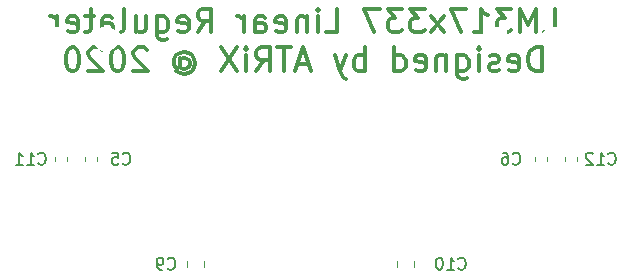
<source format=gbo>
G04 #@! TF.GenerationSoftware,KiCad,Pcbnew,(5.1.5)-3*
G04 #@! TF.CreationDate,2020-03-29T19:39:18+08:00*
G04 #@! TF.ProjectId,317337,33313733-3337-42e6-9b69-6361645f7063,rev?*
G04 #@! TF.SameCoordinates,Original*
G04 #@! TF.FileFunction,Legend,Bot*
G04 #@! TF.FilePolarity,Positive*
%FSLAX46Y46*%
G04 Gerber Fmt 4.6, Leading zero omitted, Abs format (unit mm)*
G04 Created by KiCad (PCBNEW (5.1.5)-3) date 2020-03-29 19:39:18*
%MOMM*%
%LPD*%
G04 APERTURE LIST*
%ADD10C,0.300000*%
%ADD11C,0.120000*%
%ADD12C,0.150000*%
%ADD13O,1.702000X1.702000*%
%ADD14C,1.702000*%
%ADD15C,6.502000*%
%ADD16C,0.902000*%
%ADD17O,1.902000X1.902000*%
%ADD18R,1.902000X1.902000*%
%ADD19O,1.802000X2.052000*%
%ADD20C,0.100000*%
%ADD21O,2.182000X3.702000*%
%ADD22C,2.102000*%
%ADD23R,2.102000X2.102000*%
%ADD24O,2.007000X2.102000*%
%ADD25R,2.007000X2.102000*%
%ADD26C,1.542000*%
%ADD27R,3.302000X3.302000*%
%ADD28C,3.302000*%
G04 APERTURE END LIST*
D10*
X160285714Y-69254761D02*
X161238095Y-69254761D01*
X161238095Y-67254761D01*
X159619047Y-69254761D02*
X159619047Y-67254761D01*
X158952380Y-68683333D01*
X158285714Y-67254761D01*
X158285714Y-69254761D01*
X157523809Y-67254761D02*
X156285714Y-67254761D01*
X156952380Y-68016666D01*
X156666666Y-68016666D01*
X156476190Y-68111904D01*
X156380952Y-68207142D01*
X156285714Y-68397619D01*
X156285714Y-68873809D01*
X156380952Y-69064285D01*
X156476190Y-69159523D01*
X156666666Y-69254761D01*
X157238095Y-69254761D01*
X157428571Y-69159523D01*
X157523809Y-69064285D01*
X154380952Y-69254761D02*
X155523809Y-69254761D01*
X154952380Y-69254761D02*
X154952380Y-67254761D01*
X155142857Y-67540476D01*
X155333333Y-67730952D01*
X155523809Y-67826190D01*
X153714285Y-67254761D02*
X152380952Y-67254761D01*
X153238095Y-69254761D01*
X151809523Y-69254761D02*
X150761904Y-67921428D01*
X151809523Y-67921428D02*
X150761904Y-69254761D01*
X150190476Y-67254761D02*
X148952380Y-67254761D01*
X149619047Y-68016666D01*
X149333333Y-68016666D01*
X149142857Y-68111904D01*
X149047619Y-68207142D01*
X148952380Y-68397619D01*
X148952380Y-68873809D01*
X149047619Y-69064285D01*
X149142857Y-69159523D01*
X149333333Y-69254761D01*
X149904761Y-69254761D01*
X150095238Y-69159523D01*
X150190476Y-69064285D01*
X148285714Y-67254761D02*
X147047619Y-67254761D01*
X147714285Y-68016666D01*
X147428571Y-68016666D01*
X147238095Y-68111904D01*
X147142857Y-68207142D01*
X147047619Y-68397619D01*
X147047619Y-68873809D01*
X147142857Y-69064285D01*
X147238095Y-69159523D01*
X147428571Y-69254761D01*
X148000000Y-69254761D01*
X148190476Y-69159523D01*
X148285714Y-69064285D01*
X146380952Y-67254761D02*
X145047619Y-67254761D01*
X145904761Y-69254761D01*
X141809523Y-69254761D02*
X142761904Y-69254761D01*
X142761904Y-67254761D01*
X141142857Y-69254761D02*
X141142857Y-67921428D01*
X141142857Y-67254761D02*
X141238095Y-67350000D01*
X141142857Y-67445238D01*
X141047619Y-67350000D01*
X141142857Y-67254761D01*
X141142857Y-67445238D01*
X140190476Y-67921428D02*
X140190476Y-69254761D01*
X140190476Y-68111904D02*
X140095238Y-68016666D01*
X139904761Y-67921428D01*
X139619047Y-67921428D01*
X139428571Y-68016666D01*
X139333333Y-68207142D01*
X139333333Y-69254761D01*
X137619047Y-69159523D02*
X137809523Y-69254761D01*
X138190476Y-69254761D01*
X138380952Y-69159523D01*
X138476190Y-68969047D01*
X138476190Y-68207142D01*
X138380952Y-68016666D01*
X138190476Y-67921428D01*
X137809523Y-67921428D01*
X137619047Y-68016666D01*
X137523809Y-68207142D01*
X137523809Y-68397619D01*
X138476190Y-68588095D01*
X135809523Y-69254761D02*
X135809523Y-68207142D01*
X135904761Y-68016666D01*
X136095238Y-67921428D01*
X136476190Y-67921428D01*
X136666666Y-68016666D01*
X135809523Y-69159523D02*
X136000000Y-69254761D01*
X136476190Y-69254761D01*
X136666666Y-69159523D01*
X136761904Y-68969047D01*
X136761904Y-68778571D01*
X136666666Y-68588095D01*
X136476190Y-68492857D01*
X136000000Y-68492857D01*
X135809523Y-68397619D01*
X134857142Y-69254761D02*
X134857142Y-67921428D01*
X134857142Y-68302380D02*
X134761904Y-68111904D01*
X134666666Y-68016666D01*
X134476190Y-67921428D01*
X134285714Y-67921428D01*
X130952380Y-69254761D02*
X131619047Y-68302380D01*
X132095238Y-69254761D02*
X132095238Y-67254761D01*
X131333333Y-67254761D01*
X131142857Y-67350000D01*
X131047619Y-67445238D01*
X130952380Y-67635714D01*
X130952380Y-67921428D01*
X131047619Y-68111904D01*
X131142857Y-68207142D01*
X131333333Y-68302380D01*
X132095238Y-68302380D01*
X129333333Y-69159523D02*
X129523809Y-69254761D01*
X129904761Y-69254761D01*
X130095238Y-69159523D01*
X130190476Y-68969047D01*
X130190476Y-68207142D01*
X130095238Y-68016666D01*
X129904761Y-67921428D01*
X129523809Y-67921428D01*
X129333333Y-68016666D01*
X129238095Y-68207142D01*
X129238095Y-68397619D01*
X130190476Y-68588095D01*
X127523809Y-67921428D02*
X127523809Y-69540476D01*
X127619047Y-69730952D01*
X127714285Y-69826190D01*
X127904761Y-69921428D01*
X128190476Y-69921428D01*
X128380952Y-69826190D01*
X127523809Y-69159523D02*
X127714285Y-69254761D01*
X128095238Y-69254761D01*
X128285714Y-69159523D01*
X128380952Y-69064285D01*
X128476190Y-68873809D01*
X128476190Y-68302380D01*
X128380952Y-68111904D01*
X128285714Y-68016666D01*
X128095238Y-67921428D01*
X127714285Y-67921428D01*
X127523809Y-68016666D01*
X125714285Y-67921428D02*
X125714285Y-69254761D01*
X126571428Y-67921428D02*
X126571428Y-68969047D01*
X126476190Y-69159523D01*
X126285714Y-69254761D01*
X126000000Y-69254761D01*
X125809523Y-69159523D01*
X125714285Y-69064285D01*
X124476190Y-69254761D02*
X124666666Y-69159523D01*
X124761904Y-68969047D01*
X124761904Y-67254761D01*
X122857142Y-69254761D02*
X122857142Y-68207142D01*
X122952380Y-68016666D01*
X123142857Y-67921428D01*
X123523809Y-67921428D01*
X123714285Y-68016666D01*
X122857142Y-69159523D02*
X123047619Y-69254761D01*
X123523809Y-69254761D01*
X123714285Y-69159523D01*
X123809523Y-68969047D01*
X123809523Y-68778571D01*
X123714285Y-68588095D01*
X123523809Y-68492857D01*
X123047619Y-68492857D01*
X122857142Y-68397619D01*
X122190476Y-67921428D02*
X121428571Y-67921428D01*
X121904761Y-67254761D02*
X121904761Y-68969047D01*
X121809523Y-69159523D01*
X121619047Y-69254761D01*
X121428571Y-69254761D01*
X120000000Y-69159523D02*
X120190476Y-69254761D01*
X120571428Y-69254761D01*
X120761904Y-69159523D01*
X120857142Y-68969047D01*
X120857142Y-68207142D01*
X120761904Y-68016666D01*
X120571428Y-67921428D01*
X120190476Y-67921428D01*
X120000000Y-68016666D01*
X119904761Y-68207142D01*
X119904761Y-68397619D01*
X120857142Y-68588095D01*
X119047619Y-69254761D02*
X119047619Y-67921428D01*
X119047619Y-68302380D02*
X118952380Y-68111904D01*
X118857142Y-68016666D01*
X118666666Y-67921428D01*
X118476190Y-67921428D01*
X160095238Y-72554761D02*
X160095238Y-70554761D01*
X159619047Y-70554761D01*
X159333333Y-70650000D01*
X159142857Y-70840476D01*
X159047619Y-71030952D01*
X158952380Y-71411904D01*
X158952380Y-71697619D01*
X159047619Y-72078571D01*
X159142857Y-72269047D01*
X159333333Y-72459523D01*
X159619047Y-72554761D01*
X160095238Y-72554761D01*
X157333333Y-72459523D02*
X157523809Y-72554761D01*
X157904761Y-72554761D01*
X158095238Y-72459523D01*
X158190476Y-72269047D01*
X158190476Y-71507142D01*
X158095238Y-71316666D01*
X157904761Y-71221428D01*
X157523809Y-71221428D01*
X157333333Y-71316666D01*
X157238095Y-71507142D01*
X157238095Y-71697619D01*
X158190476Y-71888095D01*
X156476190Y-72459523D02*
X156285714Y-72554761D01*
X155904761Y-72554761D01*
X155714285Y-72459523D01*
X155619047Y-72269047D01*
X155619047Y-72173809D01*
X155714285Y-71983333D01*
X155904761Y-71888095D01*
X156190476Y-71888095D01*
X156380952Y-71792857D01*
X156476190Y-71602380D01*
X156476190Y-71507142D01*
X156380952Y-71316666D01*
X156190476Y-71221428D01*
X155904761Y-71221428D01*
X155714285Y-71316666D01*
X154761904Y-72554761D02*
X154761904Y-71221428D01*
X154761904Y-70554761D02*
X154857142Y-70650000D01*
X154761904Y-70745238D01*
X154666666Y-70650000D01*
X154761904Y-70554761D01*
X154761904Y-70745238D01*
X152952380Y-71221428D02*
X152952380Y-72840476D01*
X153047619Y-73030952D01*
X153142857Y-73126190D01*
X153333333Y-73221428D01*
X153619047Y-73221428D01*
X153809523Y-73126190D01*
X152952380Y-72459523D02*
X153142857Y-72554761D01*
X153523809Y-72554761D01*
X153714285Y-72459523D01*
X153809523Y-72364285D01*
X153904761Y-72173809D01*
X153904761Y-71602380D01*
X153809523Y-71411904D01*
X153714285Y-71316666D01*
X153523809Y-71221428D01*
X153142857Y-71221428D01*
X152952380Y-71316666D01*
X152000000Y-71221428D02*
X152000000Y-72554761D01*
X152000000Y-71411904D02*
X151904761Y-71316666D01*
X151714285Y-71221428D01*
X151428571Y-71221428D01*
X151238095Y-71316666D01*
X151142857Y-71507142D01*
X151142857Y-72554761D01*
X149428571Y-72459523D02*
X149619047Y-72554761D01*
X150000000Y-72554761D01*
X150190476Y-72459523D01*
X150285714Y-72269047D01*
X150285714Y-71507142D01*
X150190476Y-71316666D01*
X150000000Y-71221428D01*
X149619047Y-71221428D01*
X149428571Y-71316666D01*
X149333333Y-71507142D01*
X149333333Y-71697619D01*
X150285714Y-71888095D01*
X147619047Y-72554761D02*
X147619047Y-70554761D01*
X147619047Y-72459523D02*
X147809523Y-72554761D01*
X148190476Y-72554761D01*
X148380952Y-72459523D01*
X148476190Y-72364285D01*
X148571428Y-72173809D01*
X148571428Y-71602380D01*
X148476190Y-71411904D01*
X148380952Y-71316666D01*
X148190476Y-71221428D01*
X147809523Y-71221428D01*
X147619047Y-71316666D01*
X145142857Y-72554761D02*
X145142857Y-70554761D01*
X145142857Y-71316666D02*
X144952380Y-71221428D01*
X144571428Y-71221428D01*
X144380952Y-71316666D01*
X144285714Y-71411904D01*
X144190476Y-71602380D01*
X144190476Y-72173809D01*
X144285714Y-72364285D01*
X144380952Y-72459523D01*
X144571428Y-72554761D01*
X144952380Y-72554761D01*
X145142857Y-72459523D01*
X143523809Y-71221428D02*
X143047619Y-72554761D01*
X142571428Y-71221428D02*
X143047619Y-72554761D01*
X143238095Y-73030952D01*
X143333333Y-73126190D01*
X143523809Y-73221428D01*
X140380952Y-71983333D02*
X139428571Y-71983333D01*
X140571428Y-72554761D02*
X139904761Y-70554761D01*
X139238095Y-72554761D01*
X138857142Y-70554761D02*
X137714285Y-70554761D01*
X138285714Y-72554761D02*
X138285714Y-70554761D01*
X135904761Y-72554761D02*
X136571428Y-71602380D01*
X137047619Y-72554761D02*
X137047619Y-70554761D01*
X136285714Y-70554761D01*
X136095238Y-70650000D01*
X136000000Y-70745238D01*
X135904761Y-70935714D01*
X135904761Y-71221428D01*
X136000000Y-71411904D01*
X136095238Y-71507142D01*
X136285714Y-71602380D01*
X137047619Y-71602380D01*
X135047619Y-72554761D02*
X135047619Y-71221428D01*
X135047619Y-70554761D02*
X135142857Y-70650000D01*
X135047619Y-70745238D01*
X134952380Y-70650000D01*
X135047619Y-70554761D01*
X135047619Y-70745238D01*
X134285714Y-70554761D02*
X132952380Y-72554761D01*
X132952380Y-70554761D02*
X134285714Y-72554761D01*
X129428571Y-71602380D02*
X129523809Y-71507142D01*
X129714285Y-71411904D01*
X129904761Y-71411904D01*
X130095238Y-71507142D01*
X130190476Y-71602380D01*
X130285714Y-71792857D01*
X130285714Y-71983333D01*
X130190476Y-72173809D01*
X130095238Y-72269047D01*
X129904761Y-72364285D01*
X129714285Y-72364285D01*
X129523809Y-72269047D01*
X129428571Y-72173809D01*
X129428571Y-71411904D02*
X129428571Y-72173809D01*
X129333333Y-72269047D01*
X129238095Y-72269047D01*
X129047619Y-72173809D01*
X128952380Y-71983333D01*
X128952380Y-71507142D01*
X129142857Y-71221428D01*
X129428571Y-71030952D01*
X129809523Y-70935714D01*
X130190476Y-71030952D01*
X130476190Y-71221428D01*
X130666666Y-71507142D01*
X130761904Y-71888095D01*
X130666666Y-72269047D01*
X130476190Y-72554761D01*
X130190476Y-72745238D01*
X129809523Y-72840476D01*
X129428571Y-72745238D01*
X129142857Y-72554761D01*
X126666666Y-70745238D02*
X126571428Y-70650000D01*
X126380952Y-70554761D01*
X125904761Y-70554761D01*
X125714285Y-70650000D01*
X125619047Y-70745238D01*
X125523809Y-70935714D01*
X125523809Y-71126190D01*
X125619047Y-71411904D01*
X126761904Y-72554761D01*
X125523809Y-72554761D01*
X124285714Y-70554761D02*
X124095238Y-70554761D01*
X123904761Y-70650000D01*
X123809523Y-70745238D01*
X123714285Y-70935714D01*
X123619047Y-71316666D01*
X123619047Y-71792857D01*
X123714285Y-72173809D01*
X123809523Y-72364285D01*
X123904761Y-72459523D01*
X124095238Y-72554761D01*
X124285714Y-72554761D01*
X124476190Y-72459523D01*
X124571428Y-72364285D01*
X124666666Y-72173809D01*
X124761904Y-71792857D01*
X124761904Y-71316666D01*
X124666666Y-70935714D01*
X124571428Y-70745238D01*
X124476190Y-70650000D01*
X124285714Y-70554761D01*
X122857142Y-70745238D02*
X122761904Y-70650000D01*
X122571428Y-70554761D01*
X122095238Y-70554761D01*
X121904761Y-70650000D01*
X121809523Y-70745238D01*
X121714285Y-70935714D01*
X121714285Y-71126190D01*
X121809523Y-71411904D01*
X122952380Y-72554761D01*
X121714285Y-72554761D01*
X120476190Y-70554761D02*
X120285714Y-70554761D01*
X120095238Y-70650000D01*
X120000000Y-70745238D01*
X119904761Y-70935714D01*
X119809523Y-71316666D01*
X119809523Y-71792857D01*
X119904761Y-72173809D01*
X120000000Y-72364285D01*
X120095238Y-72459523D01*
X120285714Y-72554761D01*
X120476190Y-72554761D01*
X120666666Y-72459523D01*
X120761904Y-72364285D01*
X120857142Y-72173809D01*
X120952380Y-71792857D01*
X120952380Y-71316666D01*
X120857142Y-70935714D01*
X120761904Y-70745238D01*
X120666666Y-70650000D01*
X120476190Y-70554761D01*
D11*
X163070000Y-79838733D02*
X163070000Y-80181267D01*
X162050000Y-79838733D02*
X162050000Y-80181267D01*
X118870000Y-80181267D02*
X118870000Y-79838733D01*
X119890000Y-80181267D02*
X119890000Y-79838733D01*
X149300000Y-88638748D02*
X149300000Y-89161252D01*
X147880000Y-88638748D02*
X147880000Y-89161252D01*
X130100000Y-89161252D02*
X130100000Y-88638748D01*
X131520000Y-89161252D02*
X131520000Y-88638748D01*
X160530000Y-79838733D02*
X160530000Y-80181267D01*
X159510000Y-79838733D02*
X159510000Y-80181267D01*
X121410000Y-80181267D02*
X121410000Y-79838733D01*
X122430000Y-80181267D02*
X122430000Y-79838733D01*
D12*
X165742857Y-80367142D02*
X165790476Y-80414761D01*
X165933333Y-80462380D01*
X166028571Y-80462380D01*
X166171428Y-80414761D01*
X166266666Y-80319523D01*
X166314285Y-80224285D01*
X166361904Y-80033809D01*
X166361904Y-79890952D01*
X166314285Y-79700476D01*
X166266666Y-79605238D01*
X166171428Y-79510000D01*
X166028571Y-79462380D01*
X165933333Y-79462380D01*
X165790476Y-79510000D01*
X165742857Y-79557619D01*
X164790476Y-80462380D02*
X165361904Y-80462380D01*
X165076190Y-80462380D02*
X165076190Y-79462380D01*
X165171428Y-79605238D01*
X165266666Y-79700476D01*
X165361904Y-79748095D01*
X164409523Y-79557619D02*
X164361904Y-79510000D01*
X164266666Y-79462380D01*
X164028571Y-79462380D01*
X163933333Y-79510000D01*
X163885714Y-79557619D01*
X163838095Y-79652857D01*
X163838095Y-79748095D01*
X163885714Y-79890952D01*
X164457142Y-80462380D01*
X163838095Y-80462380D01*
X117482857Y-80367142D02*
X117530476Y-80414761D01*
X117673333Y-80462380D01*
X117768571Y-80462380D01*
X117911428Y-80414761D01*
X118006666Y-80319523D01*
X118054285Y-80224285D01*
X118101904Y-80033809D01*
X118101904Y-79890952D01*
X118054285Y-79700476D01*
X118006666Y-79605238D01*
X117911428Y-79510000D01*
X117768571Y-79462380D01*
X117673333Y-79462380D01*
X117530476Y-79510000D01*
X117482857Y-79557619D01*
X116530476Y-80462380D02*
X117101904Y-80462380D01*
X116816190Y-80462380D02*
X116816190Y-79462380D01*
X116911428Y-79605238D01*
X117006666Y-79700476D01*
X117101904Y-79748095D01*
X115578095Y-80462380D02*
X116149523Y-80462380D01*
X115863809Y-80462380D02*
X115863809Y-79462380D01*
X115959047Y-79605238D01*
X116054285Y-79700476D01*
X116149523Y-79748095D01*
X153042857Y-89257142D02*
X153090476Y-89304761D01*
X153233333Y-89352380D01*
X153328571Y-89352380D01*
X153471428Y-89304761D01*
X153566666Y-89209523D01*
X153614285Y-89114285D01*
X153661904Y-88923809D01*
X153661904Y-88780952D01*
X153614285Y-88590476D01*
X153566666Y-88495238D01*
X153471428Y-88400000D01*
X153328571Y-88352380D01*
X153233333Y-88352380D01*
X153090476Y-88400000D01*
X153042857Y-88447619D01*
X152090476Y-89352380D02*
X152661904Y-89352380D01*
X152376190Y-89352380D02*
X152376190Y-88352380D01*
X152471428Y-88495238D01*
X152566666Y-88590476D01*
X152661904Y-88638095D01*
X151471428Y-88352380D02*
X151376190Y-88352380D01*
X151280952Y-88400000D01*
X151233333Y-88447619D01*
X151185714Y-88542857D01*
X151138095Y-88733333D01*
X151138095Y-88971428D01*
X151185714Y-89161904D01*
X151233333Y-89257142D01*
X151280952Y-89304761D01*
X151376190Y-89352380D01*
X151471428Y-89352380D01*
X151566666Y-89304761D01*
X151614285Y-89257142D01*
X151661904Y-89161904D01*
X151709523Y-88971428D01*
X151709523Y-88733333D01*
X151661904Y-88542857D01*
X151614285Y-88447619D01*
X151566666Y-88400000D01*
X151471428Y-88352380D01*
X128436666Y-89257142D02*
X128484285Y-89304761D01*
X128627142Y-89352380D01*
X128722380Y-89352380D01*
X128865238Y-89304761D01*
X128960476Y-89209523D01*
X129008095Y-89114285D01*
X129055714Y-88923809D01*
X129055714Y-88780952D01*
X129008095Y-88590476D01*
X128960476Y-88495238D01*
X128865238Y-88400000D01*
X128722380Y-88352380D01*
X128627142Y-88352380D01*
X128484285Y-88400000D01*
X128436666Y-88447619D01*
X127960476Y-89352380D02*
X127770000Y-89352380D01*
X127674761Y-89304761D01*
X127627142Y-89257142D01*
X127531904Y-89114285D01*
X127484285Y-88923809D01*
X127484285Y-88542857D01*
X127531904Y-88447619D01*
X127579523Y-88400000D01*
X127674761Y-88352380D01*
X127865238Y-88352380D01*
X127960476Y-88400000D01*
X128008095Y-88447619D01*
X128055714Y-88542857D01*
X128055714Y-88780952D01*
X128008095Y-88876190D01*
X127960476Y-88923809D01*
X127865238Y-88971428D01*
X127674761Y-88971428D01*
X127579523Y-88923809D01*
X127531904Y-88876190D01*
X127484285Y-88780952D01*
X157646666Y-80367142D02*
X157694285Y-80414761D01*
X157837142Y-80462380D01*
X157932380Y-80462380D01*
X158075238Y-80414761D01*
X158170476Y-80319523D01*
X158218095Y-80224285D01*
X158265714Y-80033809D01*
X158265714Y-79890952D01*
X158218095Y-79700476D01*
X158170476Y-79605238D01*
X158075238Y-79510000D01*
X157932380Y-79462380D01*
X157837142Y-79462380D01*
X157694285Y-79510000D01*
X157646666Y-79557619D01*
X156789523Y-79462380D02*
X156980000Y-79462380D01*
X157075238Y-79510000D01*
X157122857Y-79557619D01*
X157218095Y-79700476D01*
X157265714Y-79890952D01*
X157265714Y-80271904D01*
X157218095Y-80367142D01*
X157170476Y-80414761D01*
X157075238Y-80462380D01*
X156884761Y-80462380D01*
X156789523Y-80414761D01*
X156741904Y-80367142D01*
X156694285Y-80271904D01*
X156694285Y-80033809D01*
X156741904Y-79938571D01*
X156789523Y-79890952D01*
X156884761Y-79843333D01*
X157075238Y-79843333D01*
X157170476Y-79890952D01*
X157218095Y-79938571D01*
X157265714Y-80033809D01*
X124626666Y-80367142D02*
X124674285Y-80414761D01*
X124817142Y-80462380D01*
X124912380Y-80462380D01*
X125055238Y-80414761D01*
X125150476Y-80319523D01*
X125198095Y-80224285D01*
X125245714Y-80033809D01*
X125245714Y-79890952D01*
X125198095Y-79700476D01*
X125150476Y-79605238D01*
X125055238Y-79510000D01*
X124912380Y-79462380D01*
X124817142Y-79462380D01*
X124674285Y-79510000D01*
X124626666Y-79557619D01*
X123721904Y-79462380D02*
X124198095Y-79462380D01*
X124245714Y-79938571D01*
X124198095Y-79890952D01*
X124102857Y-79843333D01*
X123864761Y-79843333D01*
X123769523Y-79890952D01*
X123721904Y-79938571D01*
X123674285Y-80033809D01*
X123674285Y-80271904D01*
X123721904Y-80367142D01*
X123769523Y-80414761D01*
X123864761Y-80462380D01*
X124102857Y-80462380D01*
X124198095Y-80414761D01*
X124245714Y-80367142D01*
%LPC*%
D13*
X116840000Y-92710000D03*
D14*
X127000000Y-92710000D03*
D15*
X114000000Y-44000000D03*
D16*
X116400000Y-44000000D03*
X115697056Y-45697056D03*
X114000000Y-46400000D03*
X112302944Y-45697056D03*
X111600000Y-44000000D03*
X112302944Y-42302944D03*
X114000000Y-41600000D03*
X115697056Y-42302944D03*
X167697056Y-42302944D03*
X166000000Y-41600000D03*
X164302944Y-42302944D03*
X163600000Y-44000000D03*
X164302944Y-45697056D03*
X166000000Y-46400000D03*
X167697056Y-45697056D03*
X168400000Y-44000000D03*
D15*
X166000000Y-44000000D03*
D17*
X152940000Y-96520000D03*
D18*
X160560000Y-96520000D03*
D13*
X152400000Y-92710000D03*
D14*
X162560000Y-92710000D03*
D19*
X159940000Y-45720000D03*
X157440000Y-45720000D03*
D20*
G36*
X155601975Y-44695276D02*
G01*
X155627699Y-44699092D01*
X155652925Y-44705411D01*
X155677411Y-44714172D01*
X155700920Y-44725291D01*
X155723226Y-44738661D01*
X155744114Y-44754152D01*
X155763383Y-44771617D01*
X155780848Y-44790886D01*
X155796339Y-44811774D01*
X155809709Y-44834080D01*
X155820828Y-44857589D01*
X155829589Y-44882075D01*
X155835908Y-44907301D01*
X155839724Y-44933025D01*
X155841000Y-44959000D01*
X155841000Y-46481000D01*
X155839724Y-46506975D01*
X155835908Y-46532699D01*
X155829589Y-46557925D01*
X155820828Y-46582411D01*
X155809709Y-46605920D01*
X155796339Y-46628226D01*
X155780848Y-46649114D01*
X155763383Y-46668383D01*
X155744114Y-46685848D01*
X155723226Y-46701339D01*
X155700920Y-46714709D01*
X155677411Y-46725828D01*
X155652925Y-46734589D01*
X155627699Y-46740908D01*
X155601975Y-46744724D01*
X155576000Y-46746000D01*
X154304000Y-46746000D01*
X154278025Y-46744724D01*
X154252301Y-46740908D01*
X154227075Y-46734589D01*
X154202589Y-46725828D01*
X154179080Y-46714709D01*
X154156774Y-46701339D01*
X154135886Y-46685848D01*
X154116617Y-46668383D01*
X154099152Y-46649114D01*
X154083661Y-46628226D01*
X154070291Y-46605920D01*
X154059172Y-46582411D01*
X154050411Y-46557925D01*
X154044092Y-46532699D01*
X154040276Y-46506975D01*
X154039000Y-46481000D01*
X154039000Y-44959000D01*
X154040276Y-44933025D01*
X154044092Y-44907301D01*
X154050411Y-44882075D01*
X154059172Y-44857589D01*
X154070291Y-44834080D01*
X154083661Y-44811774D01*
X154099152Y-44790886D01*
X154116617Y-44771617D01*
X154135886Y-44754152D01*
X154156774Y-44738661D01*
X154179080Y-44725291D01*
X154202589Y-44714172D01*
X154227075Y-44705411D01*
X154252301Y-44699092D01*
X154278025Y-44695276D01*
X154304000Y-44694000D01*
X155576000Y-44694000D01*
X155601975Y-44695276D01*
G37*
D21*
X144940000Y-46990000D03*
X139860000Y-46990000D03*
D20*
G36*
X135634448Y-45140263D02*
G01*
X135659906Y-45144039D01*
X135684871Y-45150293D01*
X135709104Y-45158963D01*
X135732370Y-45169967D01*
X135754445Y-45183198D01*
X135775117Y-45198530D01*
X135794186Y-45215814D01*
X135811470Y-45234883D01*
X135826802Y-45255555D01*
X135840033Y-45277630D01*
X135851037Y-45300896D01*
X135859707Y-45325129D01*
X135865961Y-45350094D01*
X135869737Y-45375552D01*
X135871000Y-45401258D01*
X135871000Y-48578742D01*
X135869737Y-48604448D01*
X135865961Y-48629906D01*
X135859707Y-48654871D01*
X135851037Y-48679104D01*
X135840033Y-48702370D01*
X135826802Y-48724445D01*
X135811470Y-48745117D01*
X135794186Y-48764186D01*
X135775117Y-48781470D01*
X135754445Y-48796802D01*
X135732370Y-48810033D01*
X135709104Y-48821037D01*
X135684871Y-48829707D01*
X135659906Y-48835961D01*
X135634448Y-48839737D01*
X135608742Y-48841000D01*
X133951258Y-48841000D01*
X133925552Y-48839737D01*
X133900094Y-48835961D01*
X133875129Y-48829707D01*
X133850896Y-48821037D01*
X133827630Y-48810033D01*
X133805555Y-48796802D01*
X133784883Y-48781470D01*
X133765814Y-48764186D01*
X133748530Y-48745117D01*
X133733198Y-48724445D01*
X133719967Y-48702370D01*
X133708963Y-48679104D01*
X133700293Y-48654871D01*
X133694039Y-48629906D01*
X133690263Y-48604448D01*
X133689000Y-48578742D01*
X133689000Y-45401258D01*
X133690263Y-45375552D01*
X133694039Y-45350094D01*
X133700293Y-45325129D01*
X133708963Y-45300896D01*
X133719967Y-45277630D01*
X133733198Y-45255555D01*
X133748530Y-45234883D01*
X133765814Y-45215814D01*
X133784883Y-45198530D01*
X133805555Y-45183198D01*
X133827630Y-45169967D01*
X133850896Y-45158963D01*
X133875129Y-45150293D01*
X133900094Y-45144039D01*
X133925552Y-45140263D01*
X133951258Y-45139000D01*
X135608742Y-45139000D01*
X135634448Y-45140263D01*
G37*
D17*
X118840000Y-96520000D03*
D18*
X126460000Y-96520000D03*
D22*
X161163000Y-69850000D03*
D23*
X156163000Y-69850000D03*
D22*
X123190000Y-69850000D03*
D23*
X118190000Y-69850000D03*
D20*
G36*
X162848779Y-80310266D02*
G01*
X162874309Y-80314053D01*
X162899345Y-80320325D01*
X162923646Y-80329020D01*
X162946977Y-80340055D01*
X162969115Y-80353323D01*
X162989845Y-80368698D01*
X163008969Y-80386031D01*
X163026302Y-80405155D01*
X163041677Y-80425885D01*
X163054945Y-80448023D01*
X163065980Y-80471354D01*
X163074675Y-80495655D01*
X163080947Y-80520691D01*
X163084734Y-80546221D01*
X163086000Y-80572000D01*
X163086000Y-81198000D01*
X163084734Y-81223779D01*
X163080947Y-81249309D01*
X163074675Y-81274345D01*
X163065980Y-81298646D01*
X163054945Y-81321977D01*
X163041677Y-81344115D01*
X163026302Y-81364845D01*
X163008969Y-81383969D01*
X162989845Y-81401302D01*
X162969115Y-81416677D01*
X162946977Y-81429945D01*
X162923646Y-81440980D01*
X162899345Y-81449675D01*
X162874309Y-81455947D01*
X162848779Y-81459734D01*
X162823000Y-81461000D01*
X162297000Y-81461000D01*
X162271221Y-81459734D01*
X162245691Y-81455947D01*
X162220655Y-81449675D01*
X162196354Y-81440980D01*
X162173023Y-81429945D01*
X162150885Y-81416677D01*
X162130155Y-81401302D01*
X162111031Y-81383969D01*
X162093698Y-81364845D01*
X162078323Y-81344115D01*
X162065055Y-81321977D01*
X162054020Y-81298646D01*
X162045325Y-81274345D01*
X162039053Y-81249309D01*
X162035266Y-81223779D01*
X162034000Y-81198000D01*
X162034000Y-80572000D01*
X162035266Y-80546221D01*
X162039053Y-80520691D01*
X162045325Y-80495655D01*
X162054020Y-80471354D01*
X162065055Y-80448023D01*
X162078323Y-80425885D01*
X162093698Y-80405155D01*
X162111031Y-80386031D01*
X162130155Y-80368698D01*
X162150885Y-80353323D01*
X162173023Y-80340055D01*
X162196354Y-80329020D01*
X162220655Y-80320325D01*
X162245691Y-80314053D01*
X162271221Y-80310266D01*
X162297000Y-80309000D01*
X162823000Y-80309000D01*
X162848779Y-80310266D01*
G37*
G36*
X162848779Y-78560266D02*
G01*
X162874309Y-78564053D01*
X162899345Y-78570325D01*
X162923646Y-78579020D01*
X162946977Y-78590055D01*
X162969115Y-78603323D01*
X162989845Y-78618698D01*
X163008969Y-78636031D01*
X163026302Y-78655155D01*
X163041677Y-78675885D01*
X163054945Y-78698023D01*
X163065980Y-78721354D01*
X163074675Y-78745655D01*
X163080947Y-78770691D01*
X163084734Y-78796221D01*
X163086000Y-78822000D01*
X163086000Y-79448000D01*
X163084734Y-79473779D01*
X163080947Y-79499309D01*
X163074675Y-79524345D01*
X163065980Y-79548646D01*
X163054945Y-79571977D01*
X163041677Y-79594115D01*
X163026302Y-79614845D01*
X163008969Y-79633969D01*
X162989845Y-79651302D01*
X162969115Y-79666677D01*
X162946977Y-79679945D01*
X162923646Y-79690980D01*
X162899345Y-79699675D01*
X162874309Y-79705947D01*
X162848779Y-79709734D01*
X162823000Y-79711000D01*
X162297000Y-79711000D01*
X162271221Y-79709734D01*
X162245691Y-79705947D01*
X162220655Y-79699675D01*
X162196354Y-79690980D01*
X162173023Y-79679945D01*
X162150885Y-79666677D01*
X162130155Y-79651302D01*
X162111031Y-79633969D01*
X162093698Y-79614845D01*
X162078323Y-79594115D01*
X162065055Y-79571977D01*
X162054020Y-79548646D01*
X162045325Y-79524345D01*
X162039053Y-79499309D01*
X162035266Y-79473779D01*
X162034000Y-79448000D01*
X162034000Y-78822000D01*
X162035266Y-78796221D01*
X162039053Y-78770691D01*
X162045325Y-78745655D01*
X162054020Y-78721354D01*
X162065055Y-78698023D01*
X162078323Y-78675885D01*
X162093698Y-78655155D01*
X162111031Y-78636031D01*
X162130155Y-78618698D01*
X162150885Y-78603323D01*
X162173023Y-78590055D01*
X162196354Y-78579020D01*
X162220655Y-78570325D01*
X162245691Y-78564053D01*
X162271221Y-78560266D01*
X162297000Y-78559000D01*
X162823000Y-78559000D01*
X162848779Y-78560266D01*
G37*
G36*
X119668779Y-78560266D02*
G01*
X119694309Y-78564053D01*
X119719345Y-78570325D01*
X119743646Y-78579020D01*
X119766977Y-78590055D01*
X119789115Y-78603323D01*
X119809845Y-78618698D01*
X119828969Y-78636031D01*
X119846302Y-78655155D01*
X119861677Y-78675885D01*
X119874945Y-78698023D01*
X119885980Y-78721354D01*
X119894675Y-78745655D01*
X119900947Y-78770691D01*
X119904734Y-78796221D01*
X119906000Y-78822000D01*
X119906000Y-79448000D01*
X119904734Y-79473779D01*
X119900947Y-79499309D01*
X119894675Y-79524345D01*
X119885980Y-79548646D01*
X119874945Y-79571977D01*
X119861677Y-79594115D01*
X119846302Y-79614845D01*
X119828969Y-79633969D01*
X119809845Y-79651302D01*
X119789115Y-79666677D01*
X119766977Y-79679945D01*
X119743646Y-79690980D01*
X119719345Y-79699675D01*
X119694309Y-79705947D01*
X119668779Y-79709734D01*
X119643000Y-79711000D01*
X119117000Y-79711000D01*
X119091221Y-79709734D01*
X119065691Y-79705947D01*
X119040655Y-79699675D01*
X119016354Y-79690980D01*
X118993023Y-79679945D01*
X118970885Y-79666677D01*
X118950155Y-79651302D01*
X118931031Y-79633969D01*
X118913698Y-79614845D01*
X118898323Y-79594115D01*
X118885055Y-79571977D01*
X118874020Y-79548646D01*
X118865325Y-79524345D01*
X118859053Y-79499309D01*
X118855266Y-79473779D01*
X118854000Y-79448000D01*
X118854000Y-78822000D01*
X118855266Y-78796221D01*
X118859053Y-78770691D01*
X118865325Y-78745655D01*
X118874020Y-78721354D01*
X118885055Y-78698023D01*
X118898323Y-78675885D01*
X118913698Y-78655155D01*
X118931031Y-78636031D01*
X118950155Y-78618698D01*
X118970885Y-78603323D01*
X118993023Y-78590055D01*
X119016354Y-78579020D01*
X119040655Y-78570325D01*
X119065691Y-78564053D01*
X119091221Y-78560266D01*
X119117000Y-78559000D01*
X119643000Y-78559000D01*
X119668779Y-78560266D01*
G37*
G36*
X119668779Y-80310266D02*
G01*
X119694309Y-80314053D01*
X119719345Y-80320325D01*
X119743646Y-80329020D01*
X119766977Y-80340055D01*
X119789115Y-80353323D01*
X119809845Y-80368698D01*
X119828969Y-80386031D01*
X119846302Y-80405155D01*
X119861677Y-80425885D01*
X119874945Y-80448023D01*
X119885980Y-80471354D01*
X119894675Y-80495655D01*
X119900947Y-80520691D01*
X119904734Y-80546221D01*
X119906000Y-80572000D01*
X119906000Y-81198000D01*
X119904734Y-81223779D01*
X119900947Y-81249309D01*
X119894675Y-81274345D01*
X119885980Y-81298646D01*
X119874945Y-81321977D01*
X119861677Y-81344115D01*
X119846302Y-81364845D01*
X119828969Y-81383969D01*
X119809845Y-81401302D01*
X119789115Y-81416677D01*
X119766977Y-81429945D01*
X119743646Y-81440980D01*
X119719345Y-81449675D01*
X119694309Y-81455947D01*
X119668779Y-81459734D01*
X119643000Y-81461000D01*
X119117000Y-81461000D01*
X119091221Y-81459734D01*
X119065691Y-81455947D01*
X119040655Y-81449675D01*
X119016354Y-81440980D01*
X118993023Y-81429945D01*
X118970885Y-81416677D01*
X118950155Y-81401302D01*
X118931031Y-81383969D01*
X118913698Y-81364845D01*
X118898323Y-81344115D01*
X118885055Y-81321977D01*
X118874020Y-81298646D01*
X118865325Y-81274345D01*
X118859053Y-81249309D01*
X118855266Y-81223779D01*
X118854000Y-81198000D01*
X118854000Y-80572000D01*
X118855266Y-80546221D01*
X118859053Y-80520691D01*
X118865325Y-80495655D01*
X118874020Y-80471354D01*
X118885055Y-80448023D01*
X118898323Y-80425885D01*
X118913698Y-80405155D01*
X118931031Y-80386031D01*
X118950155Y-80368698D01*
X118970885Y-80353323D01*
X118993023Y-80340055D01*
X119016354Y-80329020D01*
X119040655Y-80320325D01*
X119065691Y-80314053D01*
X119091221Y-80310266D01*
X119117000Y-80309000D01*
X119643000Y-80309000D01*
X119668779Y-80310266D01*
G37*
G36*
X149095505Y-89300311D02*
G01*
X149121925Y-89304230D01*
X149147835Y-89310720D01*
X149172983Y-89319718D01*
X149197128Y-89331138D01*
X149220038Y-89344869D01*
X149241492Y-89360780D01*
X149261282Y-89378718D01*
X149279220Y-89398508D01*
X149295131Y-89419962D01*
X149308862Y-89442872D01*
X149320282Y-89467017D01*
X149329280Y-89492165D01*
X149335770Y-89518075D01*
X149339689Y-89544495D01*
X149341000Y-89571173D01*
X149341000Y-90278827D01*
X149339689Y-90305505D01*
X149335770Y-90331925D01*
X149329280Y-90357835D01*
X149320282Y-90382983D01*
X149308862Y-90407128D01*
X149295131Y-90430038D01*
X149279220Y-90451492D01*
X149261282Y-90471282D01*
X149241492Y-90489220D01*
X149220038Y-90505131D01*
X149197128Y-90518862D01*
X149172983Y-90530282D01*
X149147835Y-90539280D01*
X149121925Y-90545770D01*
X149095505Y-90549689D01*
X149068827Y-90551000D01*
X148111173Y-90551000D01*
X148084495Y-90549689D01*
X148058075Y-90545770D01*
X148032165Y-90539280D01*
X148007017Y-90530282D01*
X147982872Y-90518862D01*
X147959962Y-90505131D01*
X147938508Y-90489220D01*
X147918718Y-90471282D01*
X147900780Y-90451492D01*
X147884869Y-90430038D01*
X147871138Y-90407128D01*
X147859718Y-90382983D01*
X147850720Y-90357835D01*
X147844230Y-90331925D01*
X147840311Y-90305505D01*
X147839000Y-90278827D01*
X147839000Y-89571173D01*
X147840311Y-89544495D01*
X147844230Y-89518075D01*
X147850720Y-89492165D01*
X147859718Y-89467017D01*
X147871138Y-89442872D01*
X147884869Y-89419962D01*
X147900780Y-89398508D01*
X147918718Y-89378718D01*
X147938508Y-89360780D01*
X147959962Y-89344869D01*
X147982872Y-89331138D01*
X148007017Y-89319718D01*
X148032165Y-89310720D01*
X148058075Y-89304230D01*
X148084495Y-89300311D01*
X148111173Y-89299000D01*
X149068827Y-89299000D01*
X149095505Y-89300311D01*
G37*
G36*
X149095505Y-87250311D02*
G01*
X149121925Y-87254230D01*
X149147835Y-87260720D01*
X149172983Y-87269718D01*
X149197128Y-87281138D01*
X149220038Y-87294869D01*
X149241492Y-87310780D01*
X149261282Y-87328718D01*
X149279220Y-87348508D01*
X149295131Y-87369962D01*
X149308862Y-87392872D01*
X149320282Y-87417017D01*
X149329280Y-87442165D01*
X149335770Y-87468075D01*
X149339689Y-87494495D01*
X149341000Y-87521173D01*
X149341000Y-88228827D01*
X149339689Y-88255505D01*
X149335770Y-88281925D01*
X149329280Y-88307835D01*
X149320282Y-88332983D01*
X149308862Y-88357128D01*
X149295131Y-88380038D01*
X149279220Y-88401492D01*
X149261282Y-88421282D01*
X149241492Y-88439220D01*
X149220038Y-88455131D01*
X149197128Y-88468862D01*
X149172983Y-88480282D01*
X149147835Y-88489280D01*
X149121925Y-88495770D01*
X149095505Y-88499689D01*
X149068827Y-88501000D01*
X148111173Y-88501000D01*
X148084495Y-88499689D01*
X148058075Y-88495770D01*
X148032165Y-88489280D01*
X148007017Y-88480282D01*
X147982872Y-88468862D01*
X147959962Y-88455131D01*
X147938508Y-88439220D01*
X147918718Y-88421282D01*
X147900780Y-88401492D01*
X147884869Y-88380038D01*
X147871138Y-88357128D01*
X147859718Y-88332983D01*
X147850720Y-88307835D01*
X147844230Y-88281925D01*
X147840311Y-88255505D01*
X147839000Y-88228827D01*
X147839000Y-87521173D01*
X147840311Y-87494495D01*
X147844230Y-87468075D01*
X147850720Y-87442165D01*
X147859718Y-87417017D01*
X147871138Y-87392872D01*
X147884869Y-87369962D01*
X147900780Y-87348508D01*
X147918718Y-87328718D01*
X147938508Y-87310780D01*
X147959962Y-87294869D01*
X147982872Y-87281138D01*
X148007017Y-87269718D01*
X148032165Y-87260720D01*
X148058075Y-87254230D01*
X148084495Y-87250311D01*
X148111173Y-87249000D01*
X149068827Y-87249000D01*
X149095505Y-87250311D01*
G37*
G36*
X131315505Y-87250311D02*
G01*
X131341925Y-87254230D01*
X131367835Y-87260720D01*
X131392983Y-87269718D01*
X131417128Y-87281138D01*
X131440038Y-87294869D01*
X131461492Y-87310780D01*
X131481282Y-87328718D01*
X131499220Y-87348508D01*
X131515131Y-87369962D01*
X131528862Y-87392872D01*
X131540282Y-87417017D01*
X131549280Y-87442165D01*
X131555770Y-87468075D01*
X131559689Y-87494495D01*
X131561000Y-87521173D01*
X131561000Y-88228827D01*
X131559689Y-88255505D01*
X131555770Y-88281925D01*
X131549280Y-88307835D01*
X131540282Y-88332983D01*
X131528862Y-88357128D01*
X131515131Y-88380038D01*
X131499220Y-88401492D01*
X131481282Y-88421282D01*
X131461492Y-88439220D01*
X131440038Y-88455131D01*
X131417128Y-88468862D01*
X131392983Y-88480282D01*
X131367835Y-88489280D01*
X131341925Y-88495770D01*
X131315505Y-88499689D01*
X131288827Y-88501000D01*
X130331173Y-88501000D01*
X130304495Y-88499689D01*
X130278075Y-88495770D01*
X130252165Y-88489280D01*
X130227017Y-88480282D01*
X130202872Y-88468862D01*
X130179962Y-88455131D01*
X130158508Y-88439220D01*
X130138718Y-88421282D01*
X130120780Y-88401492D01*
X130104869Y-88380038D01*
X130091138Y-88357128D01*
X130079718Y-88332983D01*
X130070720Y-88307835D01*
X130064230Y-88281925D01*
X130060311Y-88255505D01*
X130059000Y-88228827D01*
X130059000Y-87521173D01*
X130060311Y-87494495D01*
X130064230Y-87468075D01*
X130070720Y-87442165D01*
X130079718Y-87417017D01*
X130091138Y-87392872D01*
X130104869Y-87369962D01*
X130120780Y-87348508D01*
X130138718Y-87328718D01*
X130158508Y-87310780D01*
X130179962Y-87294869D01*
X130202872Y-87281138D01*
X130227017Y-87269718D01*
X130252165Y-87260720D01*
X130278075Y-87254230D01*
X130304495Y-87250311D01*
X130331173Y-87249000D01*
X131288827Y-87249000D01*
X131315505Y-87250311D01*
G37*
G36*
X131315505Y-89300311D02*
G01*
X131341925Y-89304230D01*
X131367835Y-89310720D01*
X131392983Y-89319718D01*
X131417128Y-89331138D01*
X131440038Y-89344869D01*
X131461492Y-89360780D01*
X131481282Y-89378718D01*
X131499220Y-89398508D01*
X131515131Y-89419962D01*
X131528862Y-89442872D01*
X131540282Y-89467017D01*
X131549280Y-89492165D01*
X131555770Y-89518075D01*
X131559689Y-89544495D01*
X131561000Y-89571173D01*
X131561000Y-90278827D01*
X131559689Y-90305505D01*
X131555770Y-90331925D01*
X131549280Y-90357835D01*
X131540282Y-90382983D01*
X131528862Y-90407128D01*
X131515131Y-90430038D01*
X131499220Y-90451492D01*
X131481282Y-90471282D01*
X131461492Y-90489220D01*
X131440038Y-90505131D01*
X131417128Y-90518862D01*
X131392983Y-90530282D01*
X131367835Y-90539280D01*
X131341925Y-90545770D01*
X131315505Y-90549689D01*
X131288827Y-90551000D01*
X130331173Y-90551000D01*
X130304495Y-90549689D01*
X130278075Y-90545770D01*
X130252165Y-90539280D01*
X130227017Y-90530282D01*
X130202872Y-90518862D01*
X130179962Y-90505131D01*
X130158508Y-90489220D01*
X130138718Y-90471282D01*
X130120780Y-90451492D01*
X130104869Y-90430038D01*
X130091138Y-90407128D01*
X130079718Y-90382983D01*
X130070720Y-90357835D01*
X130064230Y-90331925D01*
X130060311Y-90305505D01*
X130059000Y-90278827D01*
X130059000Y-89571173D01*
X130060311Y-89544495D01*
X130064230Y-89518075D01*
X130070720Y-89492165D01*
X130079718Y-89467017D01*
X130091138Y-89442872D01*
X130104869Y-89419962D01*
X130120780Y-89398508D01*
X130138718Y-89378718D01*
X130158508Y-89360780D01*
X130179962Y-89344869D01*
X130202872Y-89331138D01*
X130227017Y-89319718D01*
X130252165Y-89310720D01*
X130278075Y-89304230D01*
X130304495Y-89300311D01*
X130331173Y-89299000D01*
X131288827Y-89299000D01*
X131315505Y-89300311D01*
G37*
D24*
X162560000Y-85090000D03*
X160020000Y-85090000D03*
D25*
X157480000Y-85090000D03*
D24*
X121920000Y-85090000D03*
X119380000Y-85090000D03*
D25*
X116840000Y-85090000D03*
D26*
X143510000Y-85090000D03*
X143510000Y-87630000D03*
X143510000Y-90170000D03*
X135890000Y-85090000D03*
X135890000Y-87630000D03*
X135890000Y-90170000D03*
D19*
X124380000Y-45720000D03*
X121880000Y-45720000D03*
D20*
G36*
X120041975Y-44695276D02*
G01*
X120067699Y-44699092D01*
X120092925Y-44705411D01*
X120117411Y-44714172D01*
X120140920Y-44725291D01*
X120163226Y-44738661D01*
X120184114Y-44754152D01*
X120203383Y-44771617D01*
X120220848Y-44790886D01*
X120236339Y-44811774D01*
X120249709Y-44834080D01*
X120260828Y-44857589D01*
X120269589Y-44882075D01*
X120275908Y-44907301D01*
X120279724Y-44933025D01*
X120281000Y-44959000D01*
X120281000Y-46481000D01*
X120279724Y-46506975D01*
X120275908Y-46532699D01*
X120269589Y-46557925D01*
X120260828Y-46582411D01*
X120249709Y-46605920D01*
X120236339Y-46628226D01*
X120220848Y-46649114D01*
X120203383Y-46668383D01*
X120184114Y-46685848D01*
X120163226Y-46701339D01*
X120140920Y-46714709D01*
X120117411Y-46725828D01*
X120092925Y-46734589D01*
X120067699Y-46740908D01*
X120041975Y-46744724D01*
X120016000Y-46746000D01*
X118744000Y-46746000D01*
X118718025Y-46744724D01*
X118692301Y-46740908D01*
X118667075Y-46734589D01*
X118642589Y-46725828D01*
X118619080Y-46714709D01*
X118596774Y-46701339D01*
X118575886Y-46685848D01*
X118556617Y-46668383D01*
X118539152Y-46649114D01*
X118523661Y-46628226D01*
X118510291Y-46605920D01*
X118499172Y-46582411D01*
X118490411Y-46557925D01*
X118484092Y-46532699D01*
X118480276Y-46506975D01*
X118479000Y-46481000D01*
X118479000Y-44959000D01*
X118480276Y-44933025D01*
X118484092Y-44907301D01*
X118490411Y-44882075D01*
X118499172Y-44857589D01*
X118510291Y-44834080D01*
X118523661Y-44811774D01*
X118539152Y-44790886D01*
X118556617Y-44771617D01*
X118575886Y-44754152D01*
X118596774Y-44738661D01*
X118619080Y-44725291D01*
X118642589Y-44714172D01*
X118667075Y-44705411D01*
X118692301Y-44699092D01*
X118718025Y-44695276D01*
X118744000Y-44694000D01*
X120016000Y-44694000D01*
X120041975Y-44695276D01*
G37*
D17*
X141510000Y-96520000D03*
D18*
X149130000Y-96520000D03*
D17*
X130270000Y-96520000D03*
D18*
X137890000Y-96520000D03*
D27*
X132080000Y-54610000D03*
D28*
X137160000Y-54610000D03*
X142240000Y-54610000D03*
X147320000Y-54610000D03*
D22*
X161210000Y-57150000D03*
D23*
X156210000Y-57150000D03*
D22*
X123190000Y-57150000D03*
D23*
X118190000Y-57150000D03*
D20*
G36*
X160308779Y-80310266D02*
G01*
X160334309Y-80314053D01*
X160359345Y-80320325D01*
X160383646Y-80329020D01*
X160406977Y-80340055D01*
X160429115Y-80353323D01*
X160449845Y-80368698D01*
X160468969Y-80386031D01*
X160486302Y-80405155D01*
X160501677Y-80425885D01*
X160514945Y-80448023D01*
X160525980Y-80471354D01*
X160534675Y-80495655D01*
X160540947Y-80520691D01*
X160544734Y-80546221D01*
X160546000Y-80572000D01*
X160546000Y-81198000D01*
X160544734Y-81223779D01*
X160540947Y-81249309D01*
X160534675Y-81274345D01*
X160525980Y-81298646D01*
X160514945Y-81321977D01*
X160501677Y-81344115D01*
X160486302Y-81364845D01*
X160468969Y-81383969D01*
X160449845Y-81401302D01*
X160429115Y-81416677D01*
X160406977Y-81429945D01*
X160383646Y-81440980D01*
X160359345Y-81449675D01*
X160334309Y-81455947D01*
X160308779Y-81459734D01*
X160283000Y-81461000D01*
X159757000Y-81461000D01*
X159731221Y-81459734D01*
X159705691Y-81455947D01*
X159680655Y-81449675D01*
X159656354Y-81440980D01*
X159633023Y-81429945D01*
X159610885Y-81416677D01*
X159590155Y-81401302D01*
X159571031Y-81383969D01*
X159553698Y-81364845D01*
X159538323Y-81344115D01*
X159525055Y-81321977D01*
X159514020Y-81298646D01*
X159505325Y-81274345D01*
X159499053Y-81249309D01*
X159495266Y-81223779D01*
X159494000Y-81198000D01*
X159494000Y-80572000D01*
X159495266Y-80546221D01*
X159499053Y-80520691D01*
X159505325Y-80495655D01*
X159514020Y-80471354D01*
X159525055Y-80448023D01*
X159538323Y-80425885D01*
X159553698Y-80405155D01*
X159571031Y-80386031D01*
X159590155Y-80368698D01*
X159610885Y-80353323D01*
X159633023Y-80340055D01*
X159656354Y-80329020D01*
X159680655Y-80320325D01*
X159705691Y-80314053D01*
X159731221Y-80310266D01*
X159757000Y-80309000D01*
X160283000Y-80309000D01*
X160308779Y-80310266D01*
G37*
G36*
X160308779Y-78560266D02*
G01*
X160334309Y-78564053D01*
X160359345Y-78570325D01*
X160383646Y-78579020D01*
X160406977Y-78590055D01*
X160429115Y-78603323D01*
X160449845Y-78618698D01*
X160468969Y-78636031D01*
X160486302Y-78655155D01*
X160501677Y-78675885D01*
X160514945Y-78698023D01*
X160525980Y-78721354D01*
X160534675Y-78745655D01*
X160540947Y-78770691D01*
X160544734Y-78796221D01*
X160546000Y-78822000D01*
X160546000Y-79448000D01*
X160544734Y-79473779D01*
X160540947Y-79499309D01*
X160534675Y-79524345D01*
X160525980Y-79548646D01*
X160514945Y-79571977D01*
X160501677Y-79594115D01*
X160486302Y-79614845D01*
X160468969Y-79633969D01*
X160449845Y-79651302D01*
X160429115Y-79666677D01*
X160406977Y-79679945D01*
X160383646Y-79690980D01*
X160359345Y-79699675D01*
X160334309Y-79705947D01*
X160308779Y-79709734D01*
X160283000Y-79711000D01*
X159757000Y-79711000D01*
X159731221Y-79709734D01*
X159705691Y-79705947D01*
X159680655Y-79699675D01*
X159656354Y-79690980D01*
X159633023Y-79679945D01*
X159610885Y-79666677D01*
X159590155Y-79651302D01*
X159571031Y-79633969D01*
X159553698Y-79614845D01*
X159538323Y-79594115D01*
X159525055Y-79571977D01*
X159514020Y-79548646D01*
X159505325Y-79524345D01*
X159499053Y-79499309D01*
X159495266Y-79473779D01*
X159494000Y-79448000D01*
X159494000Y-78822000D01*
X159495266Y-78796221D01*
X159499053Y-78770691D01*
X159505325Y-78745655D01*
X159514020Y-78721354D01*
X159525055Y-78698023D01*
X159538323Y-78675885D01*
X159553698Y-78655155D01*
X159571031Y-78636031D01*
X159590155Y-78618698D01*
X159610885Y-78603323D01*
X159633023Y-78590055D01*
X159656354Y-78579020D01*
X159680655Y-78570325D01*
X159705691Y-78564053D01*
X159731221Y-78560266D01*
X159757000Y-78559000D01*
X160283000Y-78559000D01*
X160308779Y-78560266D01*
G37*
G36*
X122208779Y-78560266D02*
G01*
X122234309Y-78564053D01*
X122259345Y-78570325D01*
X122283646Y-78579020D01*
X122306977Y-78590055D01*
X122329115Y-78603323D01*
X122349845Y-78618698D01*
X122368969Y-78636031D01*
X122386302Y-78655155D01*
X122401677Y-78675885D01*
X122414945Y-78698023D01*
X122425980Y-78721354D01*
X122434675Y-78745655D01*
X122440947Y-78770691D01*
X122444734Y-78796221D01*
X122446000Y-78822000D01*
X122446000Y-79448000D01*
X122444734Y-79473779D01*
X122440947Y-79499309D01*
X122434675Y-79524345D01*
X122425980Y-79548646D01*
X122414945Y-79571977D01*
X122401677Y-79594115D01*
X122386302Y-79614845D01*
X122368969Y-79633969D01*
X122349845Y-79651302D01*
X122329115Y-79666677D01*
X122306977Y-79679945D01*
X122283646Y-79690980D01*
X122259345Y-79699675D01*
X122234309Y-79705947D01*
X122208779Y-79709734D01*
X122183000Y-79711000D01*
X121657000Y-79711000D01*
X121631221Y-79709734D01*
X121605691Y-79705947D01*
X121580655Y-79699675D01*
X121556354Y-79690980D01*
X121533023Y-79679945D01*
X121510885Y-79666677D01*
X121490155Y-79651302D01*
X121471031Y-79633969D01*
X121453698Y-79614845D01*
X121438323Y-79594115D01*
X121425055Y-79571977D01*
X121414020Y-79548646D01*
X121405325Y-79524345D01*
X121399053Y-79499309D01*
X121395266Y-79473779D01*
X121394000Y-79448000D01*
X121394000Y-78822000D01*
X121395266Y-78796221D01*
X121399053Y-78770691D01*
X121405325Y-78745655D01*
X121414020Y-78721354D01*
X121425055Y-78698023D01*
X121438323Y-78675885D01*
X121453698Y-78655155D01*
X121471031Y-78636031D01*
X121490155Y-78618698D01*
X121510885Y-78603323D01*
X121533023Y-78590055D01*
X121556354Y-78579020D01*
X121580655Y-78570325D01*
X121605691Y-78564053D01*
X121631221Y-78560266D01*
X121657000Y-78559000D01*
X122183000Y-78559000D01*
X122208779Y-78560266D01*
G37*
G36*
X122208779Y-80310266D02*
G01*
X122234309Y-80314053D01*
X122259345Y-80320325D01*
X122283646Y-80329020D01*
X122306977Y-80340055D01*
X122329115Y-80353323D01*
X122349845Y-80368698D01*
X122368969Y-80386031D01*
X122386302Y-80405155D01*
X122401677Y-80425885D01*
X122414945Y-80448023D01*
X122425980Y-80471354D01*
X122434675Y-80495655D01*
X122440947Y-80520691D01*
X122444734Y-80546221D01*
X122446000Y-80572000D01*
X122446000Y-81198000D01*
X122444734Y-81223779D01*
X122440947Y-81249309D01*
X122434675Y-81274345D01*
X122425980Y-81298646D01*
X122414945Y-81321977D01*
X122401677Y-81344115D01*
X122386302Y-81364845D01*
X122368969Y-81383969D01*
X122349845Y-81401302D01*
X122329115Y-81416677D01*
X122306977Y-81429945D01*
X122283646Y-81440980D01*
X122259345Y-81449675D01*
X122234309Y-81455947D01*
X122208779Y-81459734D01*
X122183000Y-81461000D01*
X121657000Y-81461000D01*
X121631221Y-81459734D01*
X121605691Y-81455947D01*
X121580655Y-81449675D01*
X121556354Y-81440980D01*
X121533023Y-81429945D01*
X121510885Y-81416677D01*
X121490155Y-81401302D01*
X121471031Y-81383969D01*
X121453698Y-81364845D01*
X121438323Y-81344115D01*
X121425055Y-81321977D01*
X121414020Y-81298646D01*
X121405325Y-81274345D01*
X121399053Y-81249309D01*
X121395266Y-81223779D01*
X121394000Y-81198000D01*
X121394000Y-80572000D01*
X121395266Y-80546221D01*
X121399053Y-80520691D01*
X121405325Y-80495655D01*
X121414020Y-80471354D01*
X121425055Y-80448023D01*
X121438323Y-80425885D01*
X121453698Y-80405155D01*
X121471031Y-80386031D01*
X121490155Y-80368698D01*
X121510885Y-80353323D01*
X121533023Y-80340055D01*
X121556354Y-80329020D01*
X121580655Y-80320325D01*
X121605691Y-80314053D01*
X121631221Y-80310266D01*
X121657000Y-80309000D01*
X122183000Y-80309000D01*
X122208779Y-80310266D01*
G37*
D22*
X148510000Y-76200000D03*
D23*
X143510000Y-76200000D03*
D22*
X135810000Y-76200000D03*
D23*
X130810000Y-76200000D03*
D22*
X148510000Y-63500000D03*
D23*
X143510000Y-63500000D03*
D22*
X135810000Y-63500000D03*
D23*
X130810000Y-63500000D03*
M02*

</source>
